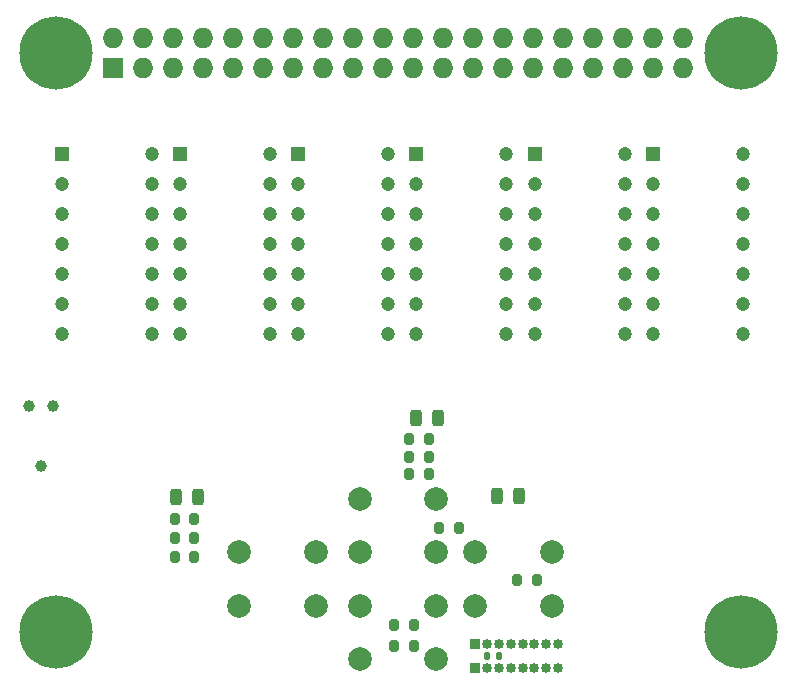
<source format=gbs>
%TF.GenerationSoftware,KiCad,Pcbnew,7.0.8*%
%TF.CreationDate,2023-10-10T13:20:09+03:00*%
%TF.ProjectId,ltp_kikad,6c74705f-6b69-46b6-9164-2e6b69636164,rev?*%
%TF.SameCoordinates,Original*%
%TF.FileFunction,Soldermask,Bot*%
%TF.FilePolarity,Negative*%
%FSLAX46Y46*%
G04 Gerber Fmt 4.6, Leading zero omitted, Abs format (unit mm)*
G04 Created by KiCad (PCBNEW 7.0.8) date 2023-10-10 13:20:09*
%MOMM*%
%LPD*%
G01*
G04 APERTURE LIST*
G04 Aperture macros list*
%AMRoundRect*
0 Rectangle with rounded corners*
0 $1 Rounding radius*
0 $2 $3 $4 $5 $6 $7 $8 $9 X,Y pos of 4 corners*
0 Add a 4 corners polygon primitive as box body*
4,1,4,$2,$3,$4,$5,$6,$7,$8,$9,$2,$3,0*
0 Add four circle primitives for the rounded corners*
1,1,$1+$1,$2,$3*
1,1,$1+$1,$4,$5*
1,1,$1+$1,$6,$7*
1,1,$1+$1,$8,$9*
0 Add four rect primitives between the rounded corners*
20,1,$1+$1,$2,$3,$4,$5,0*
20,1,$1+$1,$4,$5,$6,$7,0*
20,1,$1+$1,$6,$7,$8,$9,0*
20,1,$1+$1,$8,$9,$2,$3,0*%
G04 Aperture macros list end*
%ADD10R,1.200000X1.200000*%
%ADD11C,1.200000*%
%ADD12C,6.200000*%
%ADD13C,2.000000*%
%ADD14R,0.850000X0.850000*%
%ADD15O,0.850000X0.850000*%
%ADD16R,1.727200X1.727200*%
%ADD17O,1.727200X1.727200*%
%ADD18C,0.990600*%
%ADD19RoundRect,0.243750X-0.243750X-0.456250X0.243750X-0.456250X0.243750X0.456250X-0.243750X0.456250X0*%
%ADD20RoundRect,0.200000X-0.200000X-0.275000X0.200000X-0.275000X0.200000X0.275000X-0.200000X0.275000X0*%
%ADD21RoundRect,0.140000X-0.140000X-0.170000X0.140000X-0.170000X0.140000X0.170000X-0.140000X0.170000X0*%
%ADD22RoundRect,0.243750X0.243750X0.456250X-0.243750X0.456250X-0.243750X-0.456250X0.243750X-0.456250X0*%
G04 APERTURE END LIST*
D10*
%TO.C,DS6*%
X173017000Y-65150000D03*
D11*
X173017000Y-67690000D03*
X173017000Y-70230000D03*
X173017000Y-72770000D03*
X173017000Y-75310000D03*
X173017000Y-77850000D03*
X173017000Y-80390000D03*
X180637000Y-80390000D03*
X180637000Y-77850000D03*
X180637000Y-75310000D03*
X180637000Y-72770000D03*
X180637000Y-70230000D03*
X180637000Y-67690000D03*
X180637000Y-65150000D03*
%TD*%
D10*
%TO.C,DS3*%
X143017000Y-65149600D03*
D11*
X143017000Y-67689600D03*
X143017000Y-70229600D03*
X143017000Y-72769600D03*
X143017000Y-75309600D03*
X143017000Y-77849600D03*
X143017000Y-80389600D03*
X150637000Y-80389600D03*
X150637000Y-77849600D03*
X150637000Y-75309600D03*
X150637000Y-72769600D03*
X150637000Y-70229600D03*
X150637000Y-67689600D03*
X150637000Y-65149600D03*
%TD*%
D12*
%TO.C,*%
X122466800Y-105572200D03*
%TD*%
D13*
%TO.C,SW4*%
X158012000Y-98850000D03*
X164512000Y-98850000D03*
X158012000Y-103350000D03*
X164512000Y-103350000D03*
%TD*%
D12*
%TO.C,*%
X180466800Y-56572200D03*
%TD*%
D14*
%TO.C,J5*%
X158000000Y-106600000D03*
D15*
X159000000Y-106600000D03*
X160000000Y-106600000D03*
X161000000Y-106600000D03*
X162000000Y-106600000D03*
X163000000Y-106600000D03*
X164000000Y-106600000D03*
X165000000Y-106600000D03*
%TD*%
D10*
%TO.C,DS5*%
X163017000Y-65150000D03*
D11*
X163017000Y-67690000D03*
X163017000Y-70230000D03*
X163017000Y-72770000D03*
X163017000Y-75310000D03*
X163017000Y-77850000D03*
X163017000Y-80390000D03*
X170637000Y-80390000D03*
X170637000Y-77850000D03*
X170637000Y-75310000D03*
X170637000Y-72770000D03*
X170637000Y-70230000D03*
X170637000Y-67690000D03*
X170637000Y-65150000D03*
%TD*%
D12*
%TO.C,*%
X180466800Y-105572200D03*
%TD*%
D10*
%TO.C,DS2*%
X133017000Y-65150000D03*
D11*
X133017000Y-67690000D03*
X133017000Y-70230000D03*
X133017000Y-72770000D03*
X133017000Y-75310000D03*
X133017000Y-77850000D03*
X133017000Y-80390000D03*
X140637000Y-80390000D03*
X140637000Y-77850000D03*
X140637000Y-75310000D03*
X140637000Y-72770000D03*
X140637000Y-70230000D03*
X140637000Y-67690000D03*
X140637000Y-65150000D03*
%TD*%
D10*
%TO.C,DS1*%
X123017000Y-65150000D03*
D11*
X123017000Y-67690000D03*
X123017000Y-70230000D03*
X123017000Y-72770000D03*
X123017000Y-75310000D03*
X123017000Y-77850000D03*
X123017000Y-80390000D03*
X130637000Y-80390000D03*
X130637000Y-77850000D03*
X130637000Y-75310000D03*
X130637000Y-72770000D03*
X130637000Y-70230000D03*
X130637000Y-67690000D03*
X130637000Y-65150000D03*
%TD*%
D12*
%TO.C,*%
X122466800Y-56572200D03*
%TD*%
D13*
%TO.C,SW1*%
X148212000Y-94350000D03*
X154712000Y-94350000D03*
X148212000Y-98850000D03*
X154712000Y-98850000D03*
%TD*%
%TO.C,SW2*%
X138012000Y-98850000D03*
X144512000Y-98850000D03*
X138012000Y-103350000D03*
X144512000Y-103350000D03*
%TD*%
D16*
%TO.C,J2*%
X127330000Y-57840000D03*
D17*
X127330000Y-55300000D03*
X129870000Y-57840000D03*
X129870000Y-55300000D03*
X132410000Y-57840000D03*
X132410000Y-55300000D03*
X134950000Y-57840000D03*
X134950000Y-55300000D03*
X137490000Y-57840000D03*
X137490000Y-55300000D03*
X140030000Y-57840000D03*
X140030000Y-55300000D03*
X142570000Y-57840000D03*
X142570000Y-55300000D03*
X145110000Y-57840000D03*
X145110000Y-55300000D03*
X147650000Y-57840000D03*
X147650000Y-55300000D03*
X150190000Y-57840000D03*
X150190000Y-55300000D03*
X152730000Y-57840000D03*
X152730000Y-55300000D03*
X155270000Y-57840000D03*
X155270000Y-55300000D03*
X157810000Y-57840000D03*
X157810000Y-55300000D03*
X160350000Y-57840000D03*
X160350000Y-55300000D03*
X162890000Y-57840000D03*
X162890000Y-55300000D03*
X165430000Y-57840000D03*
X165430000Y-55300000D03*
X167970000Y-57840000D03*
X167970000Y-55300000D03*
X170510000Y-57840000D03*
X170510000Y-55300000D03*
X173050000Y-57840000D03*
X173050000Y-55300000D03*
X175590000Y-57840000D03*
X175590000Y-55300000D03*
%TD*%
D18*
%TO.C,J4*%
X121203000Y-91570000D03*
X120187000Y-86490000D03*
X122219000Y-86490000D03*
%TD*%
D14*
%TO.C,J6*%
X158000000Y-108600000D03*
D15*
X159000000Y-108600000D03*
X160000000Y-108600000D03*
X161000000Y-108600000D03*
X162000000Y-108600000D03*
X163000000Y-108600000D03*
X164000000Y-108600000D03*
X165000000Y-108600000D03*
%TD*%
D10*
%TO.C,DS4*%
X153017000Y-65149600D03*
D11*
X153017000Y-67689600D03*
X153017000Y-70229600D03*
X153017000Y-72769600D03*
X153017000Y-75309600D03*
X153017000Y-77849600D03*
X153017000Y-80389600D03*
X160637000Y-80389600D03*
X160637000Y-77849600D03*
X160637000Y-75309600D03*
X160637000Y-72769600D03*
X160637000Y-70229600D03*
X160637000Y-67689600D03*
X160637000Y-65149600D03*
%TD*%
D13*
%TO.C,SW3*%
X148212000Y-103350000D03*
X154712000Y-103350000D03*
X148212000Y-107850000D03*
X154712000Y-107850000D03*
%TD*%
D19*
%TO.C,D1*%
X152987000Y-87500000D03*
X154862000Y-87500000D03*
%TD*%
%TO.C,D2*%
X159849500Y-94100000D03*
X161724500Y-94100000D03*
%TD*%
D20*
%TO.C,R13*%
X132562000Y-99200000D03*
X134212000Y-99200000D03*
%TD*%
%TO.C,R12*%
X152412000Y-92250000D03*
X154062000Y-92250000D03*
%TD*%
%TO.C,R14*%
X132562000Y-97600000D03*
X134212000Y-97600000D03*
%TD*%
%TO.C,R9*%
X151155000Y-105000000D03*
X152805000Y-105000000D03*
%TD*%
%TO.C,R15*%
X132562000Y-96000000D03*
X134212000Y-96000000D03*
%TD*%
%TO.C,R11*%
X152412000Y-90750000D03*
X154062000Y-90750000D03*
%TD*%
%TO.C,R7*%
X151162000Y-106800000D03*
X152812000Y-106800000D03*
%TD*%
D21*
%TO.C,C12*%
X159027000Y-107600000D03*
X159987000Y-107600000D03*
%TD*%
D20*
%TO.C,R2*%
X152412000Y-89250000D03*
X154062000Y-89250000D03*
%TD*%
%TO.C,R8*%
X154962000Y-96800000D03*
X156612000Y-96800000D03*
%TD*%
D22*
%TO.C,D4*%
X134524500Y-94200000D03*
X132649500Y-94200000D03*
%TD*%
D20*
%TO.C,R6*%
X161562000Y-101200000D03*
X163212000Y-101200000D03*
%TD*%
M02*

</source>
